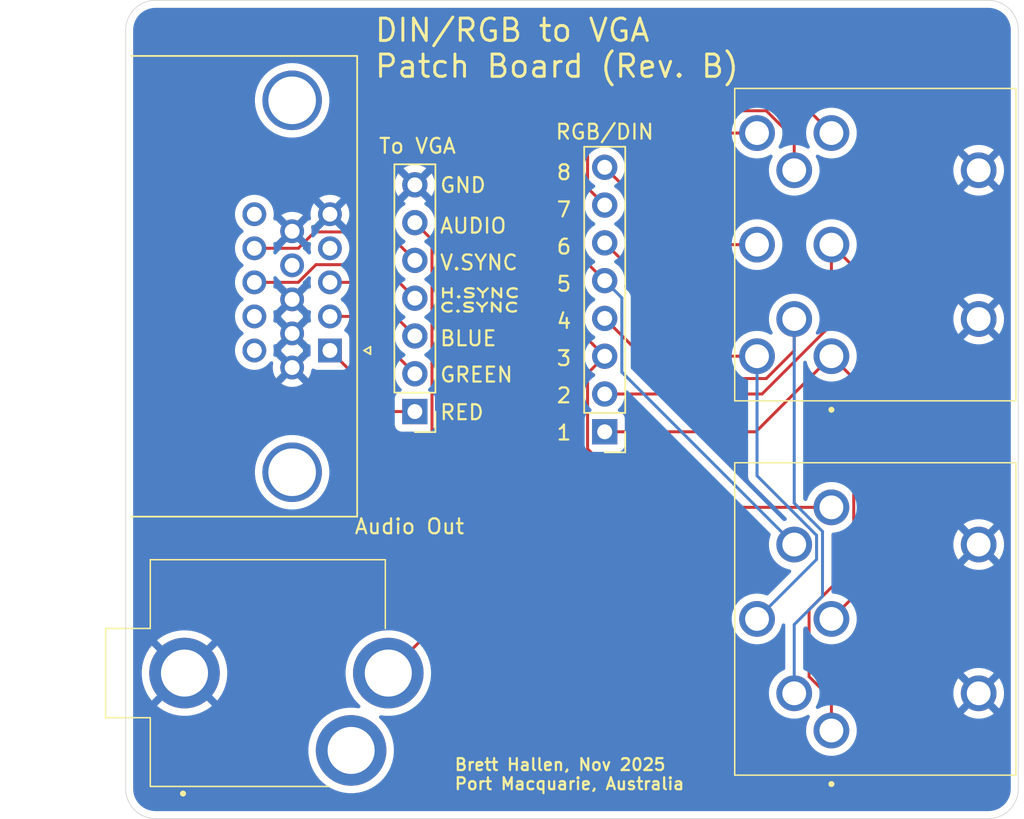
<source format=kicad_pcb>
(kicad_pcb (version 20241229) (generator "pcbnew") (generator_version "9.0")
  (layers (0 "F.Cu" signal) (2 "B.Cu" signal) (13 "F.Paste" user) (15 "B.Paste" user) (5 "F.SilkS" user "F.Silkscreen") (7 "B.SilkS" user "B.Silkscreen") (1 "F.Mask" user) (3 "B.Mask" user) (25 "Edge.Cuts" user))
  (net 0 "")
  (net 1 "H.SYNC")
  (net 2 "V.SYNC")
  (net 5 "GND")
  (net 8 "RED")
  (net 9 "GREEN")
  (net 10 "BLUE")
  (net 12 "AUDIO")
  (net 13 "DIN_{2}")
  (net 14 "DIN_{6}")
  (net 15 "DIN_{5}")
  (net 16 "DIN_{7}")
  (net 17 "DIN_{3}")
  (net 18 "DIN_{1}")
  (net 19 "DIN_{4}")
  (net 21 "DIN_{8}")
  (footprint "Clueless_Engineer:MJ3536N" (layer "F.Cu") (at 120.65 97.79)
    (property "Reference" "J2" (hide yes))
    (property "Value" "Audio Out" (hide yes))
    (fp_line (start -10.686 -3.29) (end -10.686 -3.29) (stroke (width 0.1)) (layer "F.SilkS"))
    (fp_line (start -10.686 -3.29) (end -10.686 2.71) (stroke (width 0.1)) (layer "F.SilkS"))
    (fp_line (start -10.686 2.71) (end -7.686 2.71) (stroke (width 0.1)) (layer "F.SilkS"))
    (fp_line (start -7.686 -7.91) (end -7.686 -3.29) (stroke (width 0.1)) (layer "F.SilkS"))
    (fp_line (start -7.686 -3.29) (end -10.686 -3.29) (stroke (width 0.1)) (layer "F.SilkS"))
    (fp_line (start -7.686 2.71) (end -7.686 7.33) (stroke (width 0.1)) (layer "F.SilkS"))
    (fp_line (start -7.686 7.33) (end 4.314 7.33) (stroke (width 0.1)) (layer "F.SilkS"))
    (fp_line (start -5.586 7.81) (end -5.586 7.81) (stroke (width 0.2)) (layer "F.SilkS"))
    (fp_line (start -5.386 7.81) (end -5.386 7.81) (stroke (width 0.2)) (layer "F.SilkS"))
    (fp_line (start 8.114 -7.91) (end -7.686 -7.91) (stroke (width 0.1)) (layer "F.SilkS"))
    (fp_line (start 8.114 -3.29) (end 8.114 -7.91) (stroke (width 0.1)) (layer "F.SilkS"))
    (fp_arc (start -5.586 7.81) (mid -5.486 7.71) (end -5.386 7.81) (stroke (width 0.2)) (layer "F.SilkS"))
    (fp_arc (start -5.386 7.81) (mid -5.486 7.91) (end -5.586 7.81) (stroke (width 0.2)) (layer "F.SilkS"))
    (pad "1" thru_hole circle (at -5.386 -0.29) (size 4.743 4.743) (drill 3.1623) (layers "*.Cu" "*.Mask") (net 5 "GND"))
    (pad "2" thru_hole circle (at 8.314 -0.29) (size 4.743 4.743) (drill 3.1623) (layers "*.Cu" "*.Mask") (net 12 "AUDIO"))
    (pad "3" thru_hole circle (at 5.814 4.91) (size 4.743 4.743) (drill 3.1623) (layers "*.Cu" "*.Mask"))
  )
  (footprint "Connector_PinHeader_2.54mm:PinHeader_1x07_P2.54mm_Vertical" (layer "F.Cu") (at 130.75 79.92 180)
    (property "Reference" "J3" (hide yes))
    (property "Value" "To VGA" (at -0.17 17.85 0) (layer "F.SilkS"))
    (fp_line (start 1.38 1.27) (end 1.38 16.62) (stroke (width 0.12)) (layer "F.SilkS"))
    (fp_line (start -1.38 16.62) (end 1.38 16.62) (stroke (width 0.12)) (layer "F.SilkS"))
    (fp_line (start -1.38 1.27) (end 1.38 1.27) (stroke (width 0.12)) (layer "F.SilkS"))
    (fp_line (start -1.38 1.27) (end -1.38 16.62) (stroke (width 0.12)) (layer "F.SilkS"))
    (fp_line (start -1.38 0) (end -1.38 -1.38) (stroke (width 0.12)) (layer "F.SilkS"))
    (fp_line (start -1.38 -1.38) (end 0 -1.38) (stroke (width 0.12)) (layer "F.SilkS"))
    (pad "1" thru_hole rect (at 0 0 180) (size 1.7 1.7) (drill 1) (layers "*.Cu" "*.Mask") (net 8 "RED"))
    (pad "2" thru_hole circle (at 0 2.54 180) (size 1.7 1.7) (drill 1) (layers "*.Cu" "*.Mask") (net 9 "GREEN"))
    (pad "3" thru_hole circle (at 0 5.08 180) (size 1.7 1.7) (drill 1) (layers "*.Cu" "*.Mask") (net 10 "BLUE"))
    (pad "4" thru_hole circle (at 0 7.62 180) (size 1.7 1.7) (drill 1) (layers "*.Cu" "*.Mask") (net 1 "H.SYNC"))
    (pad "5" thru_hole circle (at 0 10.16 180) (size 1.7 1.7) (drill 1) (layers "*.Cu" "*.Mask") (net 2 "V.SYNC"))
    (pad "6" thru_hole circle (at 0 12.7 180) (size 1.7 1.7) (drill 1) (layers "*.Cu" "*.Mask") (net 12 "AUDIO"))
    (pad "7" thru_hole circle (at 0 15.24 180) (size 1.7 1.7) (drill 1) (layers "*.Cu" "*.Mask") (net 5 "GND"))
  )
  (footprint "Connector_PinHeader_2.54mm:PinHeader_1x08_P2.54mm_Vertical" (layer "F.Cu") (at 143.51 81.28 180)
    (property "Reference" "J4" (hide yes))
    (property "Value" "RGB/DIN" (at 0 20.16 0) (layer "F.SilkS"))
    (fp_line (start 1.38 1.27) (end 1.38 19.16) (stroke (width 0.12)) (layer "F.SilkS"))
    (fp_line (start -1.38 19.16) (end 1.38 19.16) (stroke (width 0.12)) (layer "F.SilkS"))
    (fp_line (start -1.38 1.27) (end 1.38 1.27) (stroke (width 0.12)) (layer "F.SilkS"))
    (fp_line (start -1.38 1.27) (end -1.38 19.16) (stroke (width 0.12)) (layer "F.SilkS"))
    (fp_line (start -1.38 0) (end -1.38 -1.38) (stroke (width 0.12)) (layer "F.SilkS"))
    (fp_line (start -1.38 -1.38) (end 0 -1.38) (stroke (width 0.12)) (layer "F.SilkS"))
    (pad "1" thru_hole rect (at 0 0 180) (size 1.7 1.7) (drill 1) (layers "*.Cu" "*.Mask") (net 18 "DIN_{1}"))
    (pad "2" thru_hole circle (at 0 2.54 180) (size 1.7 1.7) (drill 1) (layers "*.Cu" "*.Mask") (net 13 "DIN_{2}"))
    (pad "3" thru_hole circle (at 0 5.08 180) (size 1.7 1.7) (drill 1) (layers "*.Cu" "*.Mask") (net 17 "DIN_{3}"))
    (pad "4" thru_hole circle (at 0 7.62 180) (size 1.7 1.7) (drill 1) (layers "*.Cu" "*.Mask") (net 19 "DIN_{4}"))
    (pad "5" thru_hole circle (at 0 10.16 180) (size 1.7 1.7) (drill 1) (layers "*.Cu" "*.Mask") (net 15 "DIN_{5}"))
    (pad "6" thru_hole circle (at 0 12.7 180) (size 1.7 1.7) (drill 1) (layers "*.Cu" "*.Mask") (net 14 "DIN_{6}"))
    (pad "7" thru_hole circle (at 0 15.24 180) (size 1.7 1.7) (drill 1) (layers "*.Cu" "*.Mask") (net 16 "DIN_{7}"))
    (pad "8" thru_hole circle (at 0 17.78 180) (size 1.7 1.7) (drill 1) (layers "*.Cu" "*.Mask") (net 21 "DIN_{8}"))
  )
  (footprint "Clueless_Engineer:6710601" (layer "F.Cu") (at 158.75 101.36 -90)
    (property "Reference" "J6" (hide yes))
    (property "Value" "DIN6 Socket" (hide yes))
    (fp_line (start -18 6.5) (end -18 -12.4) (stroke (width 0.1)) (layer "F.SilkS"))
    (fp_line (start 3 6.5) (end -18 6.5) (stroke (width 0.1)) (layer "F.SilkS"))
    (fp_line (start 3.6 0.1) (end 3.6 0.1) (stroke (width 0.2)) (layer "F.SilkS"))
    (fp_line (start 3.6 -0.1) (end 3.6 -0.1) (stroke (width 0.2)) (layer "F.SilkS"))
    (fp_line (start -18 -12.4) (end 3 -12.4) (stroke (width 0.1)) (layer "F.SilkS"))
    (fp_line (start 3 -12.4) (end 3 6.5) (stroke (width 0.1)) (layer "F.SilkS"))
    (fp_arc (start 3.6 0.1) (mid 3.5 0) (end 3.6 -0.1) (stroke (width 0.2)) (layer "F.SilkS"))
    (fp_arc (start 3.6 -0.1) (mid 3.7 0) (end 3.6 0.1) (stroke (width 0.2)) (layer "F.SilkS"))
    (pad "1" thru_hole circle (at 0 0 270) (size 2.4 2.4) (drill 1.6) (layers "*.Cu" "*.Mask") (net 18 "DIN_{1}"))
    (pad "2" thru_hole circle (at -7.5 0 270) (size 2.4 2.4) (drill 1.6) (layers "*.Cu" "*.Mask") (net 13 "DIN_{2}"))
    (pad "3" thru_hole circle (at -15 0 270) (size 2.4 2.4) (drill 1.6) (layers "*.Cu" "*.Mask") (net 17 "DIN_{3}"))
    (pad "4" thru_hole circle (at -2.5 2.5 270) (size 2.4 2.4) (drill 1.6) (layers "*.Cu" "*.Mask") (net 19 "DIN_{4}"))
    (pad "5" thru_hole circle (at -12.5 2.5 270) (size 2.4 2.4) (drill 1.6) (layers "*.Cu" "*.Mask") (net 15 "DIN_{5}"))
    (pad "8" thru_hole circle (at -7.5 5 270) (size 2.4 2.4) (drill 1.6) (layers "*.Cu" "*.Mask") (net 14 "DIN_{6}"))
    (pad "MH1" thru_hole circle (at -2.5 -9.9 270) (size 2.4 2.4) (drill 1.6) (layers "*.Cu" "*.Mask") (net 5 "GND"))
    (pad "MH2" thru_hole circle (at -12.5 -9.9 270) (size 2.4 2.4) (drill 1.6) (layers "*.Cu" "*.Mask") (net 5 "GND"))
  )
  (footprint "Clueless_Engineer:6710801" (layer "F.Cu") (at 158.75 76.2 -90)
    (property "Reference" "J5" (hide yes))
    (property "Value" "DIN8 Socket" (hide yes))
    (fp_line (start -18 6.5) (end -18 -12.4) (stroke (width 0.1)) (layer "F.SilkS"))
    (fp_line (start 3 6.5) (end -18 6.5) (stroke (width 0.1)) (layer "F.SilkS"))
    (fp_line (start 3.6 0.1) (end 3.6 0.1) (stroke (width 0.2)) (layer "F.SilkS"))
    (fp_line (start 3.6 -0.1) (end 3.6 -0.1) (stroke (width 0.2)) (layer "F.SilkS"))
    (fp_line (start -18 -12.4) (end 3 -12.4) (stroke (width 0.1)) (layer "F.SilkS"))
    (fp_line (start 3 -12.4) (end 3 6.5) (stroke (width 0.1)) (layer "F.SilkS"))
    (fp_arc (start 3.6 0.1) (mid 3.5 0) (end 3.6 -0.1) (stroke (width 0.2)) (layer "F.SilkS"))
    (fp_arc (start 3.6 -0.1) (mid 3.7 0) (end 3.6 0.1) (stroke (width 0.2)) (layer "F.SilkS"))
    (pad "1" thru_hole circle (at 0 0 270) (size 2.4 2.4) (drill 1.6) (layers "*.Cu" "*.Mask") (net 18 "DIN_{1}"))
    (pad "2" thru_hole circle (at -7.5 0 270) (size 2.4 2.4) (drill 1.6) (layers "*.Cu" "*.Mask") (net 13 "DIN_{2}"))
    (pad "3" thru_hole circle (at -15 0 270) (size 2.4 2.4) (drill 1.6) (layers "*.Cu" "*.Mask") (net 17 "DIN_{3}"))
    (pad "4" thru_hole circle (at -2.5 2.5 270) (size 2.4 2.4) (drill 1.6) (layers "*.Cu" "*.Mask") (net 19 "DIN_{4}"))
    (pad "5" thru_hole circle (at -12.5 2.5 270) (size 2.4 2.4) (drill 1.6) (layers "*.Cu" "*.Mask") (net 15 "DIN_{5}"))
    (pad "6" thru_hole circle (at 0 5 270) (size 2.4 2.4) (drill 1.6) (layers "*.Cu" "*.Mask") (net 14 "DIN_{6}"))
    (pad "7" thru_hole circle (at -15 5 270) (size 2.4 2.4) (drill 1.6) (layers "*.Cu" "*.Mask") (net 16 "DIN_{7}"))
    (pad "8" thru_hole circle (at -7.5 5 270) (size 2.4 2.4) (drill 1.6) (layers "*.Cu" "*.Mask") (net 21 "DIN_{8}"))
    (pad "MH1" thru_hole circle (at -2.5 -9.9 270) (size 2.4 2.4) (drill 1.6) (layers "*.Cu" "*.Mask") (net 5 "GND"))
    (pad "MH2" thru_hole circle (at -12.5 -9.9 270) (size 2.4 2.4) (drill 1.6) (layers "*.Cu" "*.Mask") (net 5 "GND"))
  )
  (footprint "Connector_Dsub:DSUB-15-HD_Socket_Horizontal_P2.29x2.54mm_EdgePinOffset8.35mm_Housed_MountingHolesOffset10.89mm" (layer "F.Cu") (at 125.04 75.815 -90)
    (property "Reference" "J1" (hide yes))
    (property "Value" "VGA Out")
    (fp_line (start -19.8 13.37) (end -19.8 -1.83) (stroke (width 0.12)) (layer "F.SilkS"))
    (fp_line (start -19.8 -1.83) (end 11.17 -1.83) (stroke (width 0.12)) (layer "F.SilkS"))
    (fp_line (start 11.17 -1.83) (end 11.17 13.37) (stroke (width 0.12)) (layer "F.SilkS"))
    (fp_line (start 0 -2.291325) (end -0.25 -2.724338) (stroke (width 0.12)) (layer "F.SilkS"))
    (fp_line (start -0.25 -2.724338) (end 0.25 -2.724338) (stroke (width 0.12)) (layer "F.SilkS"))
    (fp_line (start 0.25 -2.724338) (end 0 -2.291325) (stroke (width 0.12)) (layer "F.SilkS"))
    (pad "0" thru_hole circle (at -16.815 2.54 270) (size 4 4) (drill 3.2) (layers "*.Cu" "*.Mask"))
    (pad "0" thru_hole circle (at 8.185 2.54 270) (size 4 4) (drill 3.2) (layers "*.Cu" "*.Mask"))
    (pad "1" thru_hole rect (at 0 0 270) (size 1.6 1.6) (drill 1) (layers "*.Cu" "*.Mask") (net 8 "RED"))
    (pad "2" thru_hole circle (at -2.29 0 270) (size 1.6 1.6) (drill 1) (layers "*.Cu" "*.Mask") (net 9 "GREEN"))
    (pad "3" thru_hole circle (at -4.58 0 270) (size 1.6 1.6) (drill 1) (layers "*.Cu" "*.Mask") (net 10 "BLUE"))
    (pad "4" thru_hole circle (at -6.87 0 270) (size 1.6 1.6) (drill 1) (layers "*.Cu" "*.Mask"))
    (pad "5" thru_hole circle (at -9.16 0 270) (size 1.6 1.6) (drill 1) (layers "*.Cu" "*.Mask") (net 5 "GND"))
    (pad "6" thru_hole circle (at 1.145 2.54 270) (size 1.6 1.6) (drill 1) (layers "*.Cu" "*.Mask") (net 5 "GND"))
    (pad "7" thru_hole circle (at -1.145 2.54 270) (size 1.6 1.6) (drill 1) (layers "*.Cu" "*.Mask") (net 5 "GND"))
    (pad "8" thru_hole circle (at -3.435 2.54 270) (size 1.6 1.6) (drill 1) (layers "*.Cu" "*.Mask") (net 5 "GND"))
    (pad "9" thru_hole circle (at -5.725 2.54 270) (size 1.6 1.6) (drill 1) (layers "*.Cu" "*.Mask"))
    (pad "10" thru_hole circle (at -8.015 2.54 270) (size 1.6 1.6) (drill 1) (layers "*.Cu" "*.Mask") (net 5 "GND"))
    (pad "11" thru_hole circle (at 0 5.08 270) (size 1.6 1.6) (drill 1) (layers "*.Cu" "*.Mask"))
    (pad "12" thru_hole circle (at -2.29 5.08 270) (size 1.6 1.6) (drill 1) (layers "*.Cu" "*.Mask"))
    (pad "13" thru_hole circle (at -4.58 5.08 270) (size 1.6 1.6) (drill 1) (layers "*.Cu" "*.Mask") (net 1 "H.SYNC"))
    (pad "14" thru_hole circle (at -6.87 5.08 270) (size 1.6 1.6) (drill 1) (layers "*.Cu" "*.Mask") (net 2 "V.SYNC"))
    (pad "15" thru_hole circle (at -9.16 5.08 270) (size 1.6 1.6) (drill 1) (layers "*.Cu" "*.Mask"))
  )
  (gr_arc (start 111.31 54.28) (mid 111.895786 52.865786) (end 113.31 52.28) (stroke (width 0.05)) (layer "Edge.Cuts"))
  (gr_arc (start 169.31 52.28) (mid 170.724214 52.865786) (end 171.31 54.28) (stroke (width 0.05)) (layer "Edge.Cuts"))
  (gr_line (start 171.31 54.28) (end 171.31 105.28) (stroke (width 0.05)) (layer "Edge.Cuts"))
  (gr_arc (start 113.31 107.28) (mid 111.895786 106.694214) (end 111.31 105.28) (stroke (width 0.05)) (layer "Edge.Cuts"))
  (gr_line (start 111.31 105.28) (end 111.31 54.28) (stroke (width 0.05)) (layer "Edge.Cuts"))
  (gr_line (start 113.31 52.28) (end 169.31 52.28) (stroke (width 0.05)) (layer "Edge.Cuts"))
  (gr_arc (start 171.31 105.28) (mid 170.724214 106.694214) (end 169.31 107.28) (stroke (width 0.05)) (layer "Edge.Cuts"))
  (gr_line (start 169.31 107.28) (end 113.31 107.28) (stroke (width 0.05)) (layer "Edge.Cuts"))
  (gr_text "3" (at 140.19612 76.927228 0) (layer "F.SilkS") (effects (font (size 1 1)) (justify left bottom)))
  (gr_text "AUDIO" (at 132.36 68.02 0) (layer "F.SilkS") (effects (font (size 1 1)) (justify left bottom)))
  (gr_text "DIN/RGB to VGA \nPatch Board (Rev. B)" (at 127.953797 57.58 0) (layer "F.SilkS") (effects (font (size 1.5 1.5) (thickness 0.2)) (justify left bottom)))
  (gr_text "V.SYNC" (at 132.36 70.49 0) (layer "F.SilkS") (effects (font (size 1 1)) (justify left bottom)))
  (gr_text "5" (at 140.19612 71.927228 0) (layer "F.SilkS") (effects (font (size 1 1)) (justify left bottom)))
  (gr_text "8" (at 140.19612 64.427228 0) (layer "F.SilkS") (effects (font (size 1 1)) (justify left bottom)))
  (gr_text "GND" (at 132.36 65.29 0) (layer "F.SilkS") (effects (font (size 1 1)) (justify left bottom)))
  (gr_text "GREEN" (at 132.36 78.03 0) (layer "F.SilkS") (effects (font (size 1 1)) (justify left bottom)))
  (gr_text "1" (at 140.19612 81.927228 0) (layer "F.SilkS") (effects (font (size 1 1)) (justify left bottom)))
  (gr_text "Audio Out" (at 126.62 88.23 0) (layer "F.SilkS") (effects (font (size 1 1)) (justify left bottom)))
  (gr_text "2" (at 140.19612 79.427228 0) (layer "F.SilkS") (effects (font (size 1 1)) (justify left bottom)))
  (gr_text "H.SYNC\nC.SYNC" (at 132.31 73.28 0) (layer "F.SilkS") (effects (font (size 0.6 1) (thickness 0.15) (bold yes)) (justify left bottom)))
  (gr_text "BLUE" (at 132.36 75.59 0) (layer "F.SilkS") (effects (font (size 1 1)) (justify left bottom)))
  (gr_text "RED" (at 132.36 80.56 0) (layer "F.SilkS") (effects (font (size 1 1)) (justify left bottom)))
  (gr_text "Brett Hallen, Nov 2025\nPort Macquarie, Australia" (at 133.35 105.41 0) (layer "F.SilkS") (effects (font (size 0.8 0.8) (thickness 0.15) (bold yes)) (justify left bottom)))
  (gr_text "7" (at 140.19612 66.927228 0) (layer "F.SilkS") (effects (font (size 1 1)) (justify left bottom)))
  (gr_text "6" (at 140.19612 69.427228 0) (layer "F.SilkS") (effects (font (size 1 1)) (justify left bottom)))
  (gr_text "4" (at 140.19612 74.427228 0) (layer "F.SilkS") (effects (font (size 1 1)) (justify left bottom)))
  (segment (start 124.10105 70.046) (end 122.91205 71.235) (width 0.2) (layer "F.Cu") (net 1))
  (segment (start 128.496 70.046) (end 124.10105 70.046) (width 0.2) (layer "F.Cu") (net 1))
  (segment (start 130.75 72.3) (end 128.496 70.046) (width 0.2) (layer "F.Cu") (net 1))
  (segment (start 122.91205 71.235) (end 119.96 71.235) (width 0.2) (layer "F.Cu") (net 1))
  (segment (start 130.75 69.76) (end 128.834 67.844) (width 0.2) (layer "F.Cu") (net 2))
  (segment (start 128.834 67.844) (end 124.01305 67.844) (width 0.2) (layer "F.Cu") (net 2))
  (segment (start 124.01305 67.844) (end 122.91205 68.945) (width 0.2) (layer "F.Cu") (net 2))
  (segment (start 122.91205 68.945) (end 119.96 68.945) (width 0.2) (layer "F.Cu") (net 2))
  (segment (start 129.145 79.92) (end 125.04 75.815) (width 0.2) (layer "F.Cu") (net 8))
  (segment (start 130.75 79.92) (end 129.145 79.92) (width 0.2) (layer "F.Cu") (net 8))
  (segment (start 126.895 73.525) (end 125.04 73.525) (width 0.2) (layer "F.Cu") (net 9))
  (segment (start 130.75 77.38) (end 126.895 73.525) (width 0.2) (layer "F.Cu") (net 9))
  (segment (start 130.75 74.84) (end 127.145 71.235) (width 0.2) (layer "F.Cu") (net 10))
  (segment (start 127.145 71.235) (end 125.04 71.235) (width 0.2) (layer "F.Cu") (net 10))
  (segment (start 131.901 68.371) (end 131.901 94.563) (width 0.2) (layer "F.Cu") (net 12))
  (segment (start 131.901 94.563) (end 128.964 97.5) (width 0.2) (layer "F.Cu") (net 12))
  (segment (start 130.75 67.22) (end 131.901 68.371) (width 0.2) (layer "F.Cu") (net 12))
  (segment (start 143.51 78.74) (end 154.087265 78.74) (width 0.2) (layer "F.Cu") (net 13))
  (segment (start 154.087265 78.74) (end 158.75 74.077265) (width 0.2) (layer "F.Cu") (net 13))
  (segment (start 162.953797 89.656203) (end 158.75 93.86) (width 0.2) (layer "F.Cu") (net 13))
  (segment (start 158.75 74.077265) (end 158.75 68.7) (width 0.2) (layer "F.Cu") (net 13))
  (segment (start 162.953797 72.903797) (end 162.953797 89.656203) (width 0.2) (layer "F.Cu") (net 13))
  (segment (start 158.75 68.7) (end 162.953797 72.903797) (width 0.2) (layer "F.Cu") (net 13))
  (segment (start 143.51 68.58) (end 151.13 76.2) (width 0.2) (layer "F.Cu") (net 14))
  (segment (start 151.13 76.2) (end 153.75 76.2) (width 0.2) (layer "F.Cu") (net 14))
  (segment (start 157.751 89.859) (end 153.75 93.86) (width 0.2) (layer "B.Cu") (net 14))
  (segment (start 153.75 84.237265) (end 157.751 88.238265) (width 0.2) (layer "B.Cu") (net 14))
  (segment (start 153.75 76.2) (end 153.75 84.237265) (width 0.2) (layer "B.Cu") (net 14))
  (segment (start 157.751 88.238265) (end 157.751 89.859) (width 0.2) (layer "B.Cu") (net 14))
  (segment (start 141.958 62.308697) (end 144.567697 59.699) (width 0.2) (layer "F.Cu") (net 15))
  (segment (start 143.51 71.12) (end 141.958 69.568) (width 0.2) (layer "F.Cu") (net 15))
  (segment (start 156.25 61.577265) (end 156.25 63.7) (width 0.2) (layer "F.Cu") (net 15))
  (segment (start 144.567697 59.699) (end 154.371735 59.699) (width 0.2) (layer "F.Cu") (net 15))
  (segment (start 141.958 69.568) (end 141.958 62.308697) (width 0.2) (layer "F.Cu") (net 15))
  (segment (start 154.371735 59.699) (end 156.25 61.577265) (width 0.2) (layer "F.Cu") (net 15))
  (segment (start 144.661 77.271) (end 156.25 88.86) (width 0.2) (layer "B.Cu") (net 15))
  (segment (start 144.661 72.271) (end 144.661 77.271) (width 0.2) (layer "B.Cu") (net 15))
  (segment (start 143.51 71.12) (end 144.661 72.271) (width 0.2) (layer "B.Cu") (net 15))
  (segment (start 142.359 64.889) (end 142.359 62.474797) (width 0.2) (layer "F.Cu") (net 16))
  (segment (start 143.51 66.04) (end 142.359 64.889) (width 0.2) (layer "F.Cu") (net 16))
  (segment (start 143.633797 61.2) (end 153.75 61.2) (width 0.2) (layer "F.Cu") (net 16))
  (segment (start 142.359 62.474797) (end 143.633797 61.2) (width 0.2) (layer "F.Cu") (net 16))
  (segment (start 143.51 76.2) (end 142.359 77.351) (width 0.2) (layer "F.Cu") (net 17))
  (segment (start 143.51 76.2) (end 141.557 74.247) (width 0.2) (layer "F.Cu") (net 17))
  (segment (start 146.288 86.36) (end 158.75 86.36) (width 0.2) (layer "F.Cu") (net 17))
  (segment (start 144.401597 59.298) (end 156.848 59.298) (width 0.2) (layer "F.Cu") (net 17))
  (segment (start 142.359 82.431) (end 146.288 86.36) (width 0.2) (layer "F.Cu") (net 17))
  (segment (start 141.557 62.142597) (end 144.401597 59.298) (width 0.2) (layer "F.Cu") (net 17))
  (segment (start 141.557 74.247) (end 141.557 62.142597) (width 0.2) (layer "F.Cu") (net 17))
  (segment (start 142.359 77.351) (end 142.359 82.431) (width 0.2) (layer "F.Cu") (net 17))
  (segment (start 156.848 59.298) (end 158.75 61.2) (width 0.2) (layer "F.Cu") (net 17))
  (segment (start 153.67 81.28) (end 158.75 76.2) (width 0.2) (layer "F.Cu") (net 18))
  (segment (start 160.251 77.701) (end 160.251 90.236265) (width 0.2) (layer "F.Cu") (net 18))
  (segment (start 143.51 81.28) (end 153.67 81.28) (width 0.2) (layer "F.Cu") (net 18))
  (segment (start 157.249 97.736265) (end 158.75 99.237265) (width 0.2) (layer "F.Cu") (net 18))
  (segment (start 160.251 90.236265) (end 157.249 93.238265) (width 0.2) (layer "F.Cu") (net 18))
  (segment (start 158.75 76.2) (end 160.251 77.701) (width 0.2) (layer "F.Cu") (net 18))
  (segment (start 158.75 99.237265) (end 158.75 101.36) (width 0.2) (layer "F.Cu") (net 18))
  (segment (start 157.249 93.238265) (end 157.249 97.736265) (width 0.2) (layer "F.Cu") (net 18))
  (segment (start 143.51 73.66) (end 147.551 77.701) (width 0.2) (layer "F.Cu") (net 19))
  (segment (start 156.21 73.66) (end 156.25 73.7) (width 0.2) (layer "F.Cu") (net 19))
  (segment (start 154.371735 77.701) (end 156.25 75.822735) (width 0.2) (layer "F.Cu") (net 19))
  (segment (start 147.551 77.701) (end 154.371735 77.701) (width 0.2) (layer "F.Cu") (net 19))
  (segment (start 156.25 75.822735) (end 156.25 73.7) (width 0.2) (layer "F.Cu") (net 19))
  (segment (start 156.25 86.076203) (end 158.152 87.978203) (width 0.2) (layer "B.Cu") (net 19))
  (segment (start 156.25 73.7) (end 156.25 86.076203) (width 0.2) (layer "B.Cu") (net 19))
  (segment (start 158.152 87.978203) (end 158.152 92.335265) (width 0.2) (layer "B.Cu") (net 19))
  (segment (start 156.25 94.237265) (end 156.25 98.86) (width 0.2) (layer "B.Cu") (net 19))
  (segment (start 158.152 92.335265) (end 156.25 94.237265) (width 0.2) (layer "B.Cu") (net 19))
  (segment (start 143.51 63.5) (end 148.71 68.7) (width 0.2) (layer "F.Cu") (net 21))
  (segment (start 148.71 68.7) (end 153.75 68.7) (width 0.2) (layer "F.Cu") (net 21))
  (zone (net 5) (net_name "GND") (layer "B.Cu") (connect_pads (clearance 0.5)) (min_thickness 0.25) (fill yes (thermal_gap 0.5) (thermal_bridge_width 0.5))
    (polygon (pts (xy 111.353797 52.28) (xy 171.353797 52.28) (xy 171.353797 107.28) (xy 111.353797 107.28)))
  )
)
</source>
